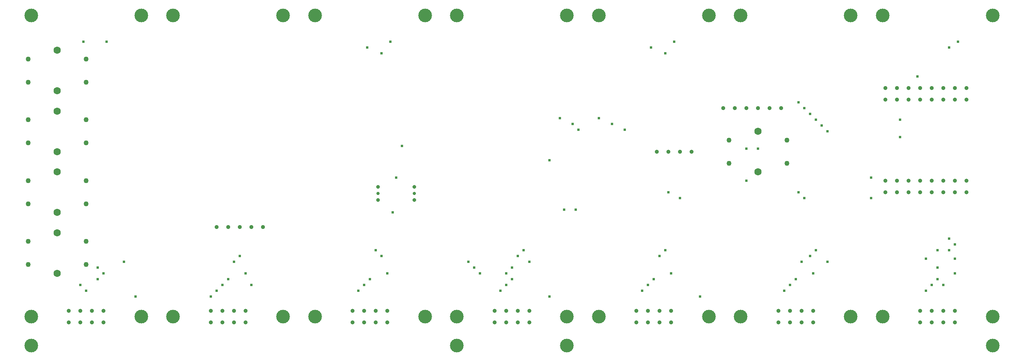
<source format=gbr>
G04 DesignSpark PCB Gerber Version 11.0 Build 5877*
G04 #@! TF.Part,Single*
G04 #@! TF.FilePolarity,Positive*
%FSLAX35Y35*%
%MOIN*%
G04 #@! TA.AperFunction,ViaDrill*
%ADD138C,0.02400*%
G04 #@! TA.AperFunction,ComponentDrill*
%ADD142C,0.02795*%
%ADD143C,0.03150*%
%ADD141C,0.03500*%
%ADD14C,0.04331*%
G04 #@! TA.AperFunction,MechanicalDrill*
%ADD140C,0.06299*%
%ADD139C,0.11811*%
G04 #@! TD.AperFunction*
X0Y0D02*
D02*
D14*
X17750Y90250D03*
Y110250D03*
Y142750D03*
Y162750D03*
Y195250D03*
Y215250D03*
Y247750D03*
Y267750D03*
X67750Y90250D03*
Y110250D03*
Y142750D03*
Y162750D03*
Y195250D03*
Y215250D03*
Y247750D03*
Y267750D03*
X622750Y177750D03*
Y197750D03*
X672750Y177750D03*
Y197750D03*
D02*
D138*
X62750Y72750D03*
X65250Y282750D03*
X67750Y67750D03*
X77750Y77750D03*
Y87750D03*
X82750Y82750D03*
X85250Y282750D03*
X100250Y92750D03*
X110250Y62750D03*
X175250D03*
X180250Y67750D03*
D03*
X185250Y72750D03*
X190250Y77750D03*
X195250Y92750D03*
X200250Y97750D03*
X205250Y82750D03*
X210250Y72750D03*
X302750Y67750D03*
X307750Y72750D03*
X310250Y277750D03*
X312750Y77750D03*
X317750Y102750D03*
X322750Y97750D03*
Y272750D03*
X327750Y82750D03*
X330250Y282750D03*
X332297Y135250D03*
X335250Y165250D03*
X340171Y192750D03*
X397750Y92750D03*
X402750Y87750D03*
X407750Y82750D03*
X425250Y67750D03*
X430250Y72750D03*
Y82750D03*
X435250Y77750D03*
Y87750D03*
X440250Y97750D03*
X445250Y102750D03*
X450250Y92750D03*
X467750Y62750D03*
Y180250D03*
X476500Y216500D03*
X480250Y137750D03*
X487750Y211500D03*
X490250Y137750D03*
X492750Y206500D03*
X510250Y216500D03*
X521500Y211500D03*
X532750Y206500D03*
X547750Y67750D03*
X552750Y72750D03*
X555250Y277750D03*
X557750Y77750D03*
X562750Y97750D03*
X567750Y102750D03*
Y272750D03*
X570250Y152750D03*
X572750Y82750D03*
X575250Y282750D03*
X580250Y147750D03*
X597750Y62750D03*
X637750Y162750D03*
Y190250D03*
X647750D03*
X670250Y67750D03*
X675250Y72750D03*
X680250Y77750D03*
X682750Y152750D03*
Y230250D03*
X685250Y92750D03*
X687750Y147750D03*
Y225250D03*
X692750Y97750D03*
Y220250D03*
X695250Y82750D03*
X697750Y102750D03*
Y215250D03*
X702750Y210250D03*
X707750Y92750D03*
Y205250D03*
X745250Y147750D03*
Y165250D03*
X770250Y200250D03*
Y215250D03*
X785250Y252750D03*
X792750Y67750D03*
Y95250D03*
X797750Y72750D03*
X802750Y77750D03*
Y87750D03*
Y102750D03*
X807750Y72750D03*
X812750Y102750D03*
Y112750D03*
Y277750D03*
X817750Y82750D03*
Y95250D03*
Y107750D03*
X820250Y282750D03*
D02*
D139*
X20250Y20250D03*
Y45250D03*
Y305250D03*
X115250Y45250D03*
Y305250D03*
X142750Y45250D03*
Y305250D03*
X237750Y45250D03*
Y305250D03*
X265250Y45250D03*
Y305250D03*
X360250Y45250D03*
Y305250D03*
X387750Y20250D03*
Y45250D03*
Y305250D03*
X482750Y20250D03*
Y45250D03*
Y305250D03*
X510250Y45250D03*
Y305250D03*
X605250Y45250D03*
Y305250D03*
X632750Y45250D03*
Y305250D03*
X727750Y45250D03*
Y305250D03*
X755250Y45250D03*
Y305250D03*
X850250Y20250D03*
Y45250D03*
Y305250D03*
D02*
D140*
X42750Y82750D03*
Y117750D03*
Y135250D03*
Y170250D03*
Y187750D03*
Y222750D03*
Y240250D03*
Y275250D03*
X647750Y170250D03*
Y205250D03*
D02*
D141*
X52750Y40250D03*
Y50250D03*
X62750Y40250D03*
Y50250D03*
X72750Y40250D03*
Y50250D03*
X82750Y40250D03*
Y50250D03*
X175250Y40250D03*
Y50250D03*
X180250Y122750D03*
X185250Y40250D03*
Y50250D03*
X190250Y122750D03*
X195250Y40250D03*
Y50250D03*
X200250Y122750D03*
X205250Y40250D03*
Y50250D03*
X210250Y122750D03*
X220250D03*
X297750Y40250D03*
Y50250D03*
X307750Y40250D03*
Y50250D03*
X317750Y40250D03*
Y50250D03*
X327750Y40250D03*
Y50250D03*
X420250Y40250D03*
Y50250D03*
X430250Y40250D03*
Y50250D03*
X440250Y40250D03*
Y50250D03*
X450250Y40250D03*
Y50250D03*
X542750Y40250D03*
Y50250D03*
X552750Y40250D03*
Y50250D03*
X560250Y187750D03*
X562750Y40250D03*
Y50250D03*
X570250Y187750D03*
X572750Y40250D03*
Y50250D03*
X580250Y187750D03*
X590250D03*
X617750Y225250D03*
X627750D03*
X637750D03*
X647750D03*
X657750D03*
X665250Y40250D03*
Y50250D03*
X667750Y225250D03*
X675250Y40250D03*
Y50250D03*
X685250Y40250D03*
Y50250D03*
X695250Y40250D03*
Y50250D03*
X757750Y152750D03*
Y162750D03*
Y232750D03*
Y242750D03*
X767750Y152750D03*
Y162750D03*
Y232750D03*
Y242750D03*
X777750Y152750D03*
Y162750D03*
Y232750D03*
Y242750D03*
X787750Y40250D03*
Y50250D03*
Y152750D03*
Y162750D03*
Y232750D03*
Y242750D03*
X797750Y40250D03*
Y50250D03*
Y152750D03*
Y162750D03*
Y232750D03*
Y242750D03*
X807750Y40250D03*
Y50250D03*
Y152750D03*
Y162750D03*
Y232750D03*
Y242750D03*
X817750Y40250D03*
Y50250D03*
Y152750D03*
Y162750D03*
Y232750D03*
Y242750D03*
X827750Y152750D03*
Y162750D03*
Y232750D03*
Y242750D03*
D02*
D142*
X319502Y151500D03*
X350998D03*
D02*
D143*
X319502Y145870D03*
Y157130D03*
X350998Y145870D03*
Y157130D03*
X0Y0D02*
M02*

</source>
